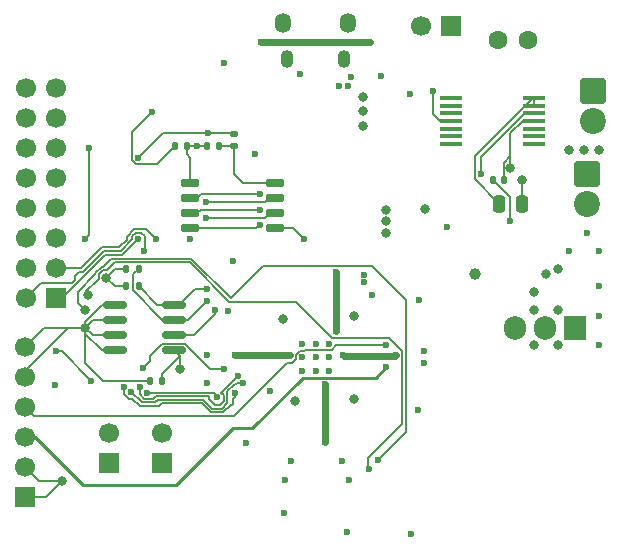
<source format=gbl>
G04 #@! TF.GenerationSoftware,KiCad,Pcbnew,9.0.5*
G04 #@! TF.CreationDate,2025-11-21T14:26:13-06:00*
G04 #@! TF.ProjectId,ece362snakegamepcb,65636533-3632-4736-9e61-6b6567616d65,REV3*
G04 #@! TF.SameCoordinates,Original*
G04 #@! TF.FileFunction,Copper,L4,Bot*
G04 #@! TF.FilePolarity,Positive*
%FSLAX46Y46*%
G04 Gerber Fmt 4.6, Leading zero omitted, Abs format (unit mm)*
G04 Created by KiCad (PCBNEW 9.0.5) date 2025-11-21 14:26:13*
%MOMM*%
%LPD*%
G01*
G04 APERTURE LIST*
G04 Aperture macros list*
%AMRoundRect*
0 Rectangle with rounded corners*
0 $1 Rounding radius*
0 $2 $3 $4 $5 $6 $7 $8 $9 X,Y pos of 4 corners*
0 Add a 4 corners polygon primitive as box body*
4,1,4,$2,$3,$4,$5,$6,$7,$8,$9,$2,$3,0*
0 Add four circle primitives for the rounded corners*
1,1,$1+$1,$2,$3*
1,1,$1+$1,$4,$5*
1,1,$1+$1,$6,$7*
1,1,$1+$1,$8,$9*
0 Add four rect primitives between the rounded corners*
20,1,$1+$1,$2,$3,$4,$5,0*
20,1,$1+$1,$4,$5,$6,$7,0*
20,1,$1+$1,$6,$7,$8,$9,0*
20,1,$1+$1,$8,$9,$2,$3,0*%
G04 Aperture macros list end*
G04 #@! TA.AperFunction,ComponentPad*
%ADD10C,0.600000*%
G04 #@! TD*
G04 #@! TA.AperFunction,HeatsinkPad*
%ADD11O,1.350000X1.700000*%
G04 #@! TD*
G04 #@! TA.AperFunction,HeatsinkPad*
%ADD12O,1.100000X1.500000*%
G04 #@! TD*
G04 #@! TA.AperFunction,ComponentPad*
%ADD13R,1.905000X2.000000*%
G04 #@! TD*
G04 #@! TA.AperFunction,ComponentPad*
%ADD14O,1.905000X2.000000*%
G04 #@! TD*
G04 #@! TA.AperFunction,ComponentPad*
%ADD15R,1.700000X1.700000*%
G04 #@! TD*
G04 #@! TA.AperFunction,ComponentPad*
%ADD16C,1.700000*%
G04 #@! TD*
G04 #@! TA.AperFunction,ComponentPad*
%ADD17C,1.600000*%
G04 #@! TD*
G04 #@! TA.AperFunction,ComponentPad*
%ADD18RoundRect,0.249999X-0.850001X0.850001X-0.850001X-0.850001X0.850001X-0.850001X0.850001X0.850001X0*%
G04 #@! TD*
G04 #@! TA.AperFunction,ComponentPad*
%ADD19C,2.200000*%
G04 #@! TD*
G04 #@! TA.AperFunction,SMDPad,CuDef*
%ADD20RoundRect,0.150000X-0.825000X-0.150000X0.825000X-0.150000X0.825000X0.150000X-0.825000X0.150000X0*%
G04 #@! TD*
G04 #@! TA.AperFunction,SMDPad,CuDef*
%ADD21RoundRect,0.135000X-0.135000X-0.185000X0.135000X-0.185000X0.135000X0.185000X-0.135000X0.185000X0*%
G04 #@! TD*
G04 #@! TA.AperFunction,SMDPad,CuDef*
%ADD22RoundRect,0.150000X0.650000X0.150000X-0.650000X0.150000X-0.650000X-0.150000X0.650000X-0.150000X0*%
G04 #@! TD*
G04 #@! TA.AperFunction,SMDPad,CuDef*
%ADD23RoundRect,0.140000X0.140000X0.170000X-0.140000X0.170000X-0.140000X-0.170000X0.140000X-0.170000X0*%
G04 #@! TD*
G04 #@! TA.AperFunction,SMDPad,CuDef*
%ADD24RoundRect,0.135000X-0.185000X0.135000X-0.185000X-0.135000X0.185000X-0.135000X0.185000X0.135000X0*%
G04 #@! TD*
G04 #@! TA.AperFunction,SMDPad,CuDef*
%ADD25RoundRect,0.100000X0.850000X0.100000X-0.850000X0.100000X-0.850000X-0.100000X0.850000X-0.100000X0*%
G04 #@! TD*
G04 #@! TA.AperFunction,SMDPad,CuDef*
%ADD26RoundRect,0.250000X0.250000X0.475000X-0.250000X0.475000X-0.250000X-0.475000X0.250000X-0.475000X0*%
G04 #@! TD*
G04 #@! TA.AperFunction,ViaPad*
%ADD27C,0.600000*%
G04 #@! TD*
G04 #@! TA.AperFunction,ViaPad*
%ADD28C,0.800000*%
G04 #@! TD*
G04 #@! TA.AperFunction,ViaPad*
%ADD29C,1.000000*%
G04 #@! TD*
G04 #@! TA.AperFunction,Conductor*
%ADD30C,0.150000*%
G04 #@! TD*
G04 #@! TA.AperFunction,Conductor*
%ADD31C,0.200000*%
G04 #@! TD*
G04 #@! TA.AperFunction,Conductor*
%ADD32C,0.600000*%
G04 #@! TD*
G04 #@! TA.AperFunction,Conductor*
%ADD33C,0.250000*%
G04 #@! TD*
G04 APERTURE END LIST*
D10*
X98866667Y-98866667D03*
X98866667Y-100000000D03*
X98866667Y-101133333D03*
X100000000Y-98866667D03*
X100000000Y-100000000D03*
X100000000Y-101133333D03*
X101133333Y-98866667D03*
X101133333Y-100000000D03*
X101133333Y-101133333D03*
D11*
X102730000Y-71720000D03*
D12*
X102420000Y-74720000D03*
X97580000Y-74720000D03*
D11*
X97270000Y-71720000D03*
D13*
X122000000Y-97500000D03*
D14*
X119460000Y-97500000D03*
X116920000Y-97500000D03*
D15*
X75385000Y-111850000D03*
D16*
X75385000Y-109310000D03*
X75385000Y-106770000D03*
X75385000Y-104230000D03*
X75385000Y-101690000D03*
X75385000Y-99150000D03*
D15*
X111500000Y-72000000D03*
D16*
X108960000Y-72000000D03*
D17*
X115452500Y-73176951D03*
X117952500Y-73176951D03*
D18*
X123500000Y-77500000D03*
D19*
X123500000Y-80040000D03*
D15*
X87000000Y-109000000D03*
D16*
X87000000Y-106460000D03*
D15*
X82500000Y-109000000D03*
D16*
X82500000Y-106460000D03*
D18*
X123000000Y-84500000D03*
D19*
X123000000Y-87040000D03*
D15*
X78000000Y-95000000D03*
D16*
X75460000Y-95000000D03*
X78000000Y-92460000D03*
X75460000Y-92460000D03*
X78000000Y-89920000D03*
X75460000Y-89920000D03*
X78000000Y-87380000D03*
X75460000Y-87380000D03*
X78000000Y-84840000D03*
X75460000Y-84840000D03*
X78000000Y-82300000D03*
X75460000Y-82300000D03*
X78000000Y-79760000D03*
X75460000Y-79760000D03*
X78000000Y-77220000D03*
X75460000Y-77220000D03*
D20*
X83025000Y-99405000D03*
X83025000Y-98135000D03*
X83025000Y-96865000D03*
X83025000Y-95595000D03*
X87975000Y-95595000D03*
X87975000Y-96865000D03*
X87975000Y-98135000D03*
X87975000Y-99405000D03*
D21*
X83990000Y-94000000D03*
X85010000Y-94000000D03*
D22*
X96600000Y-85295000D03*
X96600000Y-86565000D03*
X96600000Y-87835000D03*
X96600000Y-89105000D03*
X89400000Y-89105000D03*
X89400000Y-87835000D03*
X89400000Y-86565000D03*
X89400000Y-85295000D03*
D21*
X83990000Y-92500000D03*
X85010000Y-92500000D03*
D23*
X115980000Y-85000000D03*
X115020000Y-85000000D03*
D24*
X93100000Y-81080000D03*
X93100000Y-82100000D03*
D21*
X90790000Y-82100000D03*
X91810000Y-82100000D03*
D23*
X89080000Y-82100000D03*
X88120000Y-82100000D03*
D25*
X118500000Y-78050000D03*
X118500000Y-78700000D03*
X118500000Y-79350000D03*
X118500000Y-80000000D03*
X118500000Y-80650000D03*
X118500000Y-81300000D03*
X118500000Y-81950000D03*
X111500000Y-81950000D03*
X111500000Y-81300000D03*
X111500000Y-80650000D03*
X111500000Y-80000000D03*
X111500000Y-79350000D03*
X111500000Y-78700000D03*
X111500000Y-78050000D03*
D26*
X117450000Y-87000000D03*
X115550000Y-87000000D03*
D23*
X86980000Y-102000000D03*
X86020000Y-102000000D03*
D27*
X108000000Y-77750000D03*
X92592130Y-96077754D03*
D28*
X97250000Y-96750000D03*
X103250000Y-96500000D03*
X103250000Y-103500000D03*
X98250000Y-103750000D03*
D27*
X96136125Y-102866714D03*
X91656239Y-103407208D03*
X93199731Y-103054214D03*
X78000000Y-99500000D03*
X81000000Y-102000000D03*
X85426495Y-100917714D03*
X92250000Y-100974691D03*
X85000000Y-90000000D03*
X86500000Y-90000000D03*
X85500000Y-91000000D03*
X83795744Y-102536975D03*
X84412441Y-102967499D03*
X85098953Y-102536975D03*
X93846662Y-102214804D03*
X93402908Y-101600498D03*
X85704015Y-103000000D03*
X80500000Y-90000000D03*
X80828208Y-82301548D03*
X102700000Y-114800000D03*
X97300000Y-113200000D03*
X97900000Y-108800000D03*
X124000000Y-99000000D03*
X124000000Y-91000000D03*
D28*
X124000000Y-82500000D03*
X121500000Y-82500000D03*
X122688628Y-82500000D03*
D27*
X77953156Y-102346151D03*
X123000000Y-89500000D03*
D29*
X113500000Y-93000000D03*
D27*
X108100000Y-115000000D03*
D28*
X80500000Y-97500000D03*
D27*
X94900000Y-82800000D03*
X94100000Y-107275500D03*
X109950000Y-77450000D03*
X99000000Y-90000000D03*
X121500000Y-91000000D03*
X102200000Y-108820000D03*
X104100000Y-93650000D03*
X86140000Y-79250000D03*
X124000000Y-96500000D03*
X89400000Y-90000000D03*
X124000000Y-94000000D03*
X90780000Y-99800000D03*
X111100000Y-89000000D03*
X102800000Y-110420000D03*
X108715000Y-104500000D03*
X109220000Y-100500000D03*
X104100000Y-93050000D03*
X98700000Y-76000000D03*
X108800000Y-95200000D03*
X109220000Y-99500000D03*
X91500000Y-96025000D03*
X97400000Y-110420000D03*
X116500000Y-88500000D03*
X90800000Y-102200000D03*
X93000000Y-91900000D03*
X104800000Y-94700000D03*
X92275000Y-75075000D03*
D28*
X119500000Y-93000000D03*
X118500000Y-99000000D03*
X120500000Y-99000000D03*
X120500000Y-92500000D03*
X104000000Y-78000000D03*
X104016196Y-80432998D03*
X118500000Y-94500000D03*
D27*
X103000000Y-76274997D03*
X102000000Y-77000000D03*
D28*
X104005029Y-79171127D03*
X118500000Y-96000000D03*
X120500000Y-96000000D03*
D27*
X102725003Y-77000000D03*
D28*
X116500000Y-84000000D03*
D27*
X105501407Y-76167205D03*
X95400000Y-73300000D03*
X90000000Y-82100000D03*
D28*
X88500000Y-101000000D03*
X109285963Y-87463160D03*
X78500000Y-110500000D03*
X106000000Y-87500000D03*
X106000000Y-89500000D03*
D27*
X104600000Y-73300000D03*
D28*
X82284057Y-93256598D03*
X105996398Y-88500411D03*
D27*
X101700000Y-97800000D03*
X106800000Y-99800000D03*
X101700000Y-93400000D03*
X100800000Y-102300000D03*
X97800000Y-99800000D03*
X100800000Y-107220000D03*
X93200000Y-99800000D03*
X102300000Y-99800000D03*
X101700000Y-92800000D03*
X90816879Y-95286468D03*
X90848641Y-94212929D03*
X85000000Y-83100000D03*
X90900000Y-81000000D03*
X105258265Y-108741734D03*
D28*
X80500000Y-96000000D03*
X80750000Y-94750000D03*
D27*
X104500000Y-109500000D03*
X95300000Y-86200000D03*
X95300000Y-87500000D03*
X95300000Y-88800000D03*
X90700000Y-88200000D03*
X90700000Y-86900000D03*
X106000000Y-99000000D03*
X105975000Y-100825000D03*
X114000000Y-84500000D03*
D28*
X117500000Y-85000000D03*
D30*
X98105000Y-89105000D02*
X99000000Y-90000000D01*
X96600000Y-89105000D02*
X98105000Y-89105000D01*
X83648000Y-91352000D02*
X82145128Y-91352000D01*
X78497128Y-95000000D02*
X78000000Y-95000000D01*
X85000000Y-90000000D02*
X83648000Y-91352000D01*
X82145128Y-91352000D02*
X78497128Y-95000000D01*
X84201065Y-103500000D02*
X83795744Y-103094679D01*
X84500000Y-103500000D02*
X84201065Y-103500000D01*
X85128000Y-104128000D02*
X84500000Y-103500000D01*
X86775000Y-104128000D02*
X85128000Y-104128000D01*
X83795744Y-103094679D02*
X83795744Y-102536975D01*
X87000000Y-103903000D02*
X86775000Y-104128000D01*
X90375322Y-103903000D02*
X87000000Y-103903000D01*
X91125322Y-104653000D02*
X90375322Y-103903000D01*
X92165140Y-104653000D02*
X91125322Y-104653000D01*
X92801000Y-104017140D02*
X92165140Y-104653000D01*
X93000000Y-103983070D02*
X92965930Y-104017140D01*
X93000000Y-103577241D02*
X93000000Y-103983070D01*
X93199731Y-103377510D02*
X93000000Y-103577241D01*
X92965930Y-104017140D02*
X92801000Y-104017140D01*
X93199731Y-103054214D02*
X93199731Y-103377510D01*
X85271942Y-103827000D02*
X84412441Y-102967499D01*
X86399678Y-103827000D02*
X85271942Y-103827000D01*
X86624678Y-103602000D02*
X86399678Y-103827000D01*
X90500000Y-103602000D02*
X86624678Y-103602000D01*
X91250000Y-104352000D02*
X90500000Y-103602000D01*
X92040462Y-104352000D02*
X91250000Y-104352000D01*
X92528079Y-103864383D02*
X92040462Y-104352000D01*
X92528079Y-102897600D02*
X92528079Y-103864383D01*
X93103084Y-102326000D02*
X93099679Y-102326000D01*
X93179084Y-102250000D02*
X93103084Y-102326000D01*
X93282123Y-102250000D02*
X93179084Y-102250000D01*
X93099679Y-102326000D02*
X92528079Y-102897600D01*
X93846662Y-102214804D02*
X93317319Y-102214804D01*
X93317319Y-102214804D02*
X93282123Y-102250000D01*
X91359820Y-103000000D02*
X85704015Y-103000000D01*
X91656239Y-103296419D02*
X91359820Y-103000000D01*
X91656239Y-103407208D02*
X91656239Y-103296419D01*
X85098953Y-103138815D02*
X85098953Y-102536975D01*
X85486138Y-103526000D02*
X85098953Y-103138815D01*
X86275000Y-103526000D02*
X85486138Y-103526000D01*
X86500000Y-103301000D02*
X86275000Y-103526000D01*
X91000000Y-103301000D02*
X86500000Y-103301000D01*
X91000000Y-103570970D02*
X91000000Y-103301000D01*
X91915784Y-104051000D02*
X91480030Y-104051000D01*
X92223907Y-103742877D02*
X91915784Y-104051000D01*
X92223907Y-103223907D02*
X92223907Y-103742877D01*
X92975000Y-102025000D02*
X92000000Y-103000000D01*
X93402908Y-101600498D02*
X92978406Y-102025000D01*
X92978406Y-102025000D02*
X92975000Y-102025000D01*
X92000000Y-103000000D02*
X92223907Y-103223907D01*
X91480030Y-104051000D02*
X91000000Y-103570970D01*
X86000000Y-100344209D02*
X85426495Y-100917714D01*
X88959902Y-98879000D02*
X86990098Y-98879000D01*
X86000000Y-99869098D02*
X86000000Y-100344209D01*
X92250000Y-100974691D02*
X91055593Y-100974691D01*
X86990098Y-98879000D02*
X86000000Y-99869098D01*
X91055593Y-100974691D02*
X88959902Y-98879000D01*
X79874000Y-95374000D02*
X80500000Y-96000000D01*
X79874000Y-94467176D02*
X79874000Y-95374000D01*
X81357057Y-92984119D02*
X79874000Y-94467176D01*
X81357057Y-92872622D02*
X81357057Y-92984119D01*
X81900081Y-92329598D02*
X81357057Y-92872622D01*
X82011578Y-92329598D02*
X81900081Y-92329598D01*
X82688176Y-91653000D02*
X82011578Y-92329598D01*
X107627000Y-95127000D02*
X104774000Y-92274000D01*
X95518089Y-92274000D02*
X92798678Y-94993411D01*
X92798678Y-94993411D02*
X89458267Y-91653000D01*
X89458267Y-91653000D02*
X82688176Y-91653000D01*
X104774000Y-92274000D02*
X95518089Y-92274000D01*
X107627000Y-106373000D02*
X107627000Y-95127000D01*
X105258265Y-108741734D02*
X107627000Y-106373000D01*
X104474000Y-108526000D02*
X104474000Y-109474000D01*
X107326000Y-99440702D02*
X107326000Y-105674000D01*
X106259298Y-98374000D02*
X107326000Y-99440702D01*
X101384333Y-98374000D02*
X106259298Y-98374000D01*
X107326000Y-105674000D02*
X104474000Y-108526000D01*
X98304744Y-95294411D02*
X101384333Y-98374000D01*
X92674000Y-95294411D02*
X98304744Y-95294411D01*
X82369402Y-92630598D02*
X83046000Y-91954000D01*
X83046000Y-91954000D02*
X89333589Y-91954000D01*
X81658057Y-92997300D02*
X82024759Y-92630598D01*
X80500000Y-94500000D02*
X81658057Y-93341943D01*
X104474000Y-109474000D02*
X104500000Y-109500000D01*
X89333589Y-91954000D02*
X92674000Y-95294411D01*
X80750000Y-94750000D02*
X80500000Y-94500000D01*
X81658057Y-93341943D02*
X81658057Y-92997300D01*
X82024759Y-92630598D02*
X82369402Y-92630598D01*
X76155000Y-105000000D02*
X75655000Y-104500000D01*
X93055433Y-105000000D02*
X76155000Y-105000000D01*
X97555433Y-100500000D02*
X93055433Y-105000000D01*
X98027717Y-100500000D02*
X97555433Y-100500000D01*
X98340667Y-100187050D02*
X98027717Y-100500000D01*
X99107333Y-99392667D02*
X99026000Y-99474000D01*
X98648790Y-99474000D02*
X98340667Y-99782123D01*
X101351210Y-99392667D02*
X99107333Y-99392667D01*
X98340667Y-99782123D02*
X98340667Y-100187050D01*
X101743877Y-99000000D02*
X101351210Y-99392667D01*
X99026000Y-99474000D02*
X98648790Y-99474000D01*
X106000000Y-99000000D02*
X101743877Y-99000000D01*
X84474000Y-80916000D02*
X86140000Y-79250000D01*
X84474000Y-83317877D02*
X84474000Y-80916000D01*
X86594000Y-83626000D02*
X84782123Y-83626000D01*
X88120000Y-82100000D02*
X86594000Y-83626000D01*
X84782123Y-83626000D02*
X84474000Y-83317877D01*
X78500000Y-99500000D02*
X78000000Y-99500000D01*
X81000000Y-102000000D02*
X78500000Y-99500000D01*
X79975275Y-92460000D02*
X78000000Y-92460000D01*
X80000000Y-92484725D02*
X79975275Y-92460000D01*
X80161047Y-92484725D02*
X80000000Y-92484725D01*
X81946772Y-90699000D02*
X80161047Y-92484725D01*
X83375322Y-90699000D02*
X81946772Y-90699000D01*
X84000000Y-90074322D02*
X83375322Y-90699000D01*
X84000000Y-89830445D02*
X84000000Y-90074322D01*
X84657445Y-89173000D02*
X84000000Y-89830445D01*
X85673000Y-89173000D02*
X84657445Y-89173000D01*
X86500000Y-90000000D02*
X85673000Y-89173000D01*
X76740672Y-93719328D02*
X75460000Y-95000000D01*
X79352122Y-93719328D02*
X76740672Y-93719328D01*
X79636179Y-93435271D02*
X79352122Y-93719328D01*
X79967526Y-92785725D02*
X79636179Y-93117072D01*
X80285725Y-92785725D02*
X79967526Y-92785725D01*
X82071450Y-91000000D02*
X80285725Y-92785725D01*
X84474000Y-89782123D02*
X84474000Y-90026000D01*
X84474000Y-90026000D02*
X83500000Y-91000000D01*
X79636179Y-93117072D02*
X79636179Y-93435271D01*
X84782123Y-89474000D02*
X84474000Y-89782123D01*
X83500000Y-91000000D02*
X82071450Y-91000000D01*
X85526000Y-89782123D02*
X85217877Y-89474000D01*
X85217877Y-89474000D02*
X84782123Y-89474000D01*
X85500000Y-91000000D02*
X85526000Y-90974000D01*
X85526000Y-90974000D02*
X85526000Y-89782123D01*
X89750000Y-98135000D02*
X87975000Y-98135000D01*
X91500000Y-96025000D02*
X91500000Y-96385000D01*
X91500000Y-96385000D02*
X89750000Y-98135000D01*
X80828208Y-89671792D02*
X80500000Y-90000000D01*
X80828208Y-82301548D02*
X80828208Y-89671792D01*
D31*
X110550001Y-80000000D02*
X111500000Y-80000000D01*
D30*
X116500000Y-86480000D02*
X116500000Y-88500000D01*
X81905000Y-95595000D02*
X80500000Y-97000000D01*
X75385000Y-101690000D02*
X75385000Y-101152500D01*
X79037500Y-97500000D02*
X80500000Y-97500000D01*
X81905000Y-99405000D02*
X80500000Y-98000000D01*
X75385000Y-99150000D02*
X77035000Y-97500000D01*
X83025000Y-99405000D02*
X81905000Y-99405000D01*
D31*
X109950000Y-79399999D02*
X110550001Y-80000000D01*
D30*
X81135000Y-96865000D02*
X80500000Y-97500000D01*
X77035000Y-97500000D02*
X80500000Y-97500000D01*
X115020000Y-85000000D02*
X116500000Y-86480000D01*
D31*
X109950000Y-77450000D02*
X109950000Y-79399999D01*
D30*
X80500000Y-98000000D02*
X80500000Y-97500000D01*
X83025000Y-98135000D02*
X81135000Y-98135000D01*
X80500000Y-97000000D02*
X80500000Y-97500000D01*
X83025000Y-95595000D02*
X81905000Y-95595000D01*
X83025000Y-96865000D02*
X81135000Y-96865000D01*
X86020000Y-102000000D02*
X82000000Y-102000000D01*
X81135000Y-98135000D02*
X80500000Y-97500000D01*
X75385000Y-101152500D02*
X79037500Y-97500000D01*
X80500000Y-100500000D02*
X80500000Y-97500000D01*
X82000000Y-102000000D02*
X80500000Y-100500000D01*
X117550001Y-80000000D02*
X118500000Y-80000000D01*
X116500000Y-81050001D02*
X117550001Y-80000000D01*
X115980000Y-83520000D02*
X115980000Y-85000000D01*
X116500000Y-84000000D02*
X116500000Y-83000000D01*
X116500000Y-83000000D02*
X115980000Y-83520000D01*
X116500000Y-83000000D02*
X116500000Y-81050001D01*
X86980000Y-102000000D02*
X86980000Y-101450000D01*
X76575000Y-110500000D02*
X78500000Y-110500000D01*
X87975000Y-99405000D02*
X88500000Y-99930000D01*
X89080000Y-82780000D02*
X89400000Y-83100000D01*
X89080000Y-82100000D02*
X90000000Y-82100000D01*
X83027459Y-94000000D02*
X82284057Y-93256598D01*
X89080000Y-82100000D02*
X89080000Y-82780000D01*
X77150000Y-111850000D02*
X78500000Y-110500000D01*
X83040655Y-92500000D02*
X82284057Y-93256598D01*
D32*
X104600000Y-73300000D02*
X95400000Y-73300000D01*
D30*
X83990000Y-92500000D02*
X83040655Y-92500000D01*
X83990000Y-94000000D02*
X83027459Y-94000000D01*
X86980000Y-101450000D02*
X88500000Y-99930000D01*
X75385000Y-109310000D02*
X76575000Y-110500000D01*
X75385000Y-111850000D02*
X77150000Y-111850000D01*
X89400000Y-83100000D02*
X89400000Y-85295000D01*
X88500000Y-99930000D02*
X88500000Y-101000000D01*
X90790000Y-82100000D02*
X90000000Y-82100000D01*
D32*
X97800000Y-99800000D02*
X93200000Y-99800000D01*
X100800000Y-102300000D02*
X100800000Y-107220000D01*
X102396640Y-99896640D02*
X106703360Y-99896640D01*
X101700000Y-92800000D02*
X101700000Y-97800000D01*
X102300000Y-99800000D02*
X102396640Y-99896640D01*
X106703360Y-99896640D02*
X106800000Y-99800000D01*
D30*
X89238347Y-96865000D02*
X87975000Y-96865000D01*
X90816879Y-95286468D02*
X89238347Y-96865000D01*
X87040726Y-96865000D02*
X84514000Y-94338274D01*
X84514000Y-92996000D02*
X85010000Y-92500000D01*
X87975000Y-96865000D02*
X87040726Y-96865000D01*
X84514000Y-94338274D02*
X84514000Y-92996000D01*
X87975000Y-95595000D02*
X86605000Y-95595000D01*
X86605000Y-95595000D02*
X85010000Y-94000000D01*
X89787071Y-94212929D02*
X88405000Y-95595000D01*
X88405000Y-95595000D02*
X87975000Y-95595000D01*
X90848641Y-94212929D02*
X89787071Y-94212929D01*
X90900000Y-81000000D02*
X87100000Y-81000000D01*
X90900000Y-81000000D02*
X93020000Y-81000000D01*
X93020000Y-81000000D02*
X93100000Y-81080000D01*
X87100000Y-81000000D02*
X85000000Y-83100000D01*
X90300000Y-86200000D02*
X89935000Y-86565000D01*
X89935000Y-86565000D02*
X89400000Y-86565000D01*
X95300000Y-86200000D02*
X90300000Y-86200000D01*
X90300000Y-87500000D02*
X89965000Y-87835000D01*
X95300000Y-87500000D02*
X90300000Y-87500000D01*
X89965000Y-87835000D02*
X89400000Y-87835000D01*
X94995000Y-89105000D02*
X89400000Y-89105000D01*
X95300000Y-88800000D02*
X94995000Y-89105000D01*
X90725000Y-88225000D02*
X95692500Y-88225000D01*
X95692500Y-88225000D02*
X96082500Y-87835000D01*
X90700000Y-88200000D02*
X90725000Y-88225000D01*
X96082500Y-87835000D02*
X96600000Y-87835000D01*
X90700000Y-86900000D02*
X95700000Y-86900000D01*
X96565000Y-86600000D02*
X96600000Y-86565000D01*
X95700000Y-86900000D02*
X96000000Y-86600000D01*
X96000000Y-86600000D02*
X96565000Y-86600000D01*
D33*
X75655000Y-104500000D02*
X75385000Y-104230000D01*
X76270000Y-106770000D02*
X75385000Y-106770000D01*
X94631623Y-106000000D02*
X93000000Y-106000000D01*
X98908909Y-101722714D02*
X94631623Y-106000000D01*
X93000000Y-106000000D02*
X88157583Y-110842417D01*
X105077286Y-101722714D02*
X98908909Y-101722714D01*
X105975000Y-100825000D02*
X105077286Y-101722714D01*
X80342417Y-110842417D02*
X76270000Y-106770000D01*
X88157583Y-110842417D02*
X80342417Y-110842417D01*
D30*
X93100000Y-82100000D02*
X93100000Y-84500000D01*
X93100000Y-82100000D02*
X91810000Y-82100000D01*
X93100000Y-84500000D02*
X93895000Y-85295000D01*
X93895000Y-85295000D02*
X96600000Y-85295000D01*
X114000000Y-84500000D02*
X114000000Y-83086196D01*
X117736196Y-79350000D02*
X118500000Y-79350000D01*
X114000000Y-83086196D02*
X117736196Y-79350000D01*
X118500000Y-78050000D02*
X118386196Y-78050000D01*
X118386196Y-78050000D02*
X113474000Y-82962196D01*
X113474000Y-84924000D02*
X115550000Y-87000000D01*
X113474000Y-82962196D02*
X113474000Y-84924000D01*
X118500000Y-78700000D02*
X118500000Y-78050000D01*
X117450000Y-87000000D02*
X117450000Y-85050000D01*
X117450000Y-85050000D02*
X117500000Y-85000000D01*
M02*

</source>
